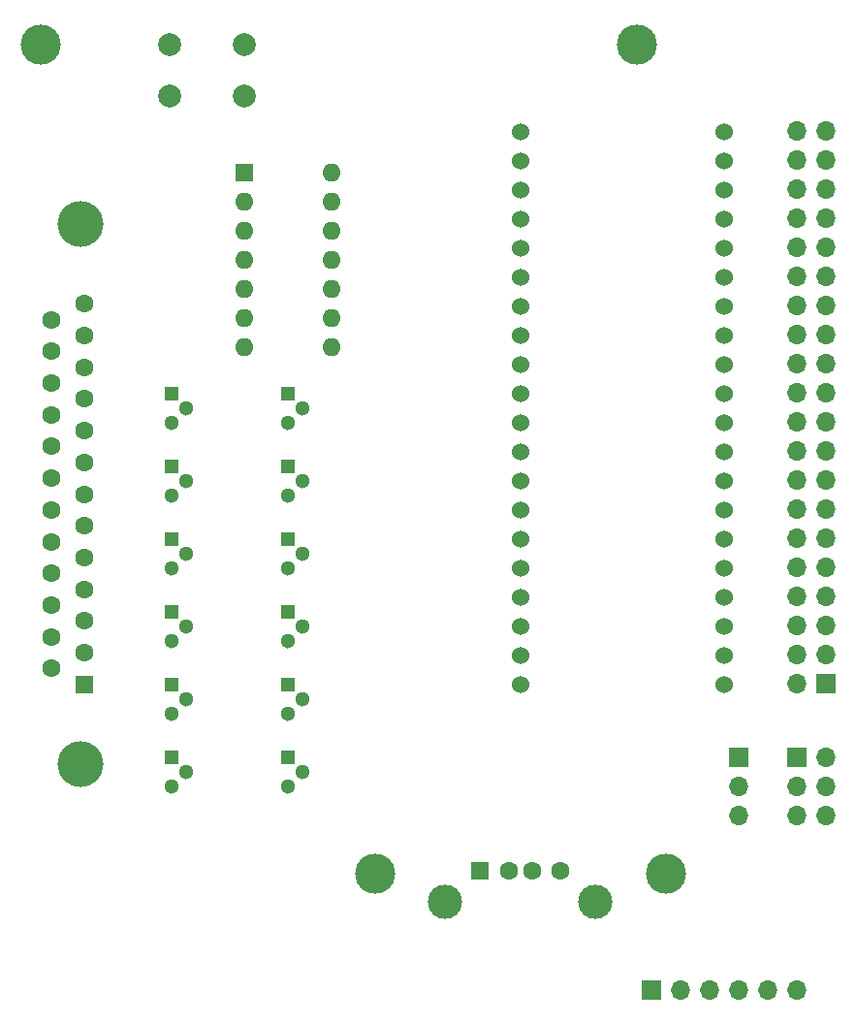
<source format=gbr>
%TF.GenerationSoftware,KiCad,Pcbnew,(6.0.7)*%
%TF.CreationDate,2022-10-09T19:07:04-07:00*%
%TF.ProjectId,PicoBOB,5069636f-424f-4422-9e6b-696361645f70,rev?*%
%TF.SameCoordinates,Original*%
%TF.FileFunction,Soldermask,Bot*%
%TF.FilePolarity,Negative*%
%FSLAX46Y46*%
G04 Gerber Fmt 4.6, Leading zero omitted, Abs format (unit mm)*
G04 Created by KiCad (PCBNEW (6.0.7)) date 2022-10-09 19:07:04*
%MOMM*%
%LPD*%
G01*
G04 APERTURE LIST*
%ADD10R,1.300000X1.300000*%
%ADD11C,1.300000*%
%ADD12C,4.000000*%
%ADD13R,1.600000X1.600000*%
%ADD14C,1.600000*%
%ADD15C,3.500000*%
%ADD16C,2.000000*%
%ADD17R,1.600000X1.500000*%
%ADD18C,3.000000*%
%ADD19R,1.700000X1.700000*%
%ADD20O,1.700000X1.700000*%
%ADD21O,1.600000X1.600000*%
%ADD22C,1.524000*%
G04 APERTURE END LIST*
D10*
%TO.C,Q_EN_13*%
X78740000Y-163830000D03*
D11*
X80010000Y-165100000D03*
X78740000Y-166370000D03*
%TD*%
D10*
%TO.C,Q_As_13*%
X68580000Y-132080000D03*
D11*
X69850000Y-133350000D03*
X68580000Y-134620000D03*
%TD*%
D12*
%TO.C,J1*%
X60660000Y-164410000D03*
X60660000Y-117310000D03*
D13*
X60960000Y-157480000D03*
D14*
X60960000Y-154710000D03*
X60960000Y-151940000D03*
X60960000Y-149170000D03*
X60960000Y-146400000D03*
X60960000Y-143630000D03*
X60960000Y-140860000D03*
X60960000Y-138090000D03*
X60960000Y-135320000D03*
X60960000Y-132550000D03*
X60960000Y-129780000D03*
X60960000Y-127010000D03*
X60960000Y-124240000D03*
X58120000Y-156095000D03*
X58120000Y-153325000D03*
X58120000Y-150555000D03*
X58120000Y-147785000D03*
X58120000Y-145015000D03*
X58120000Y-142245000D03*
X58120000Y-139475000D03*
X58120000Y-136705000D03*
X58120000Y-133935000D03*
X58120000Y-131165000D03*
X58120000Y-128395000D03*
X58120000Y-125625000D03*
%TD*%
D10*
%TO.C,Q_Xd_13*%
X78740000Y-157480000D03*
D11*
X80010000Y-158750000D03*
X78740000Y-160020000D03*
%TD*%
D15*
%TO.C,REF\u002A\u002A*%
X57150000Y-101600000D03*
%TD*%
D16*
%TO.C,SW1*%
X68430000Y-101600000D03*
X74930000Y-101600000D03*
X68430000Y-106100000D03*
X74930000Y-106100000D03*
%TD*%
D17*
%TO.C,J40*%
X95560000Y-173710000D03*
D14*
X98060000Y-173710000D03*
X100060000Y-173710000D03*
X102560000Y-173710000D03*
D18*
X92490000Y-176420000D03*
X105630000Y-176420000D03*
%TD*%
D19*
%TO.C,J32*%
X118110000Y-163830000D03*
D20*
X118110000Y-166370000D03*
X118110000Y-168910000D03*
%TD*%
D19*
%TO.C,J30*%
X123190000Y-163830000D03*
D20*
X125730000Y-163830000D03*
X123190000Y-166370000D03*
X125730000Y-166370000D03*
X123190000Y-168910000D03*
X125730000Y-168910000D03*
%TD*%
D19*
%TO.C,J2*%
X110490000Y-184150000D03*
D20*
X113030000Y-184150000D03*
X115570000Y-184150000D03*
X118110000Y-184150000D03*
X120650000Y-184150000D03*
X123190000Y-184150000D03*
%TD*%
D13*
%TO.C,U18*%
X74930000Y-112760000D03*
D21*
X74930000Y-115300000D03*
X74930000Y-117840000D03*
X74930000Y-120380000D03*
X74930000Y-122920000D03*
X74930000Y-125460000D03*
X74930000Y-128000000D03*
X82550000Y-128000000D03*
X82550000Y-125460000D03*
X82550000Y-122920000D03*
X82550000Y-120380000D03*
X82550000Y-117840000D03*
X82550000Y-115300000D03*
X82550000Y-112760000D03*
%TD*%
D10*
%TO.C,Q_PWM_13*%
X68580000Y-163830000D03*
D11*
X69850000Y-165100000D03*
X68580000Y-166370000D03*
%TD*%
D22*
%TO.C,U30*%
X116840000Y-157480000D03*
X116840000Y-154940000D03*
X116840000Y-152400000D03*
X116840000Y-149860000D03*
X116840000Y-147320000D03*
X116840000Y-144780000D03*
X116840000Y-142240000D03*
X116840000Y-139700000D03*
X116840000Y-137160000D03*
X116840000Y-134620000D03*
X116840000Y-132080000D03*
X116840000Y-129540000D03*
X116840000Y-127000000D03*
X116840000Y-124460000D03*
X116840000Y-121920000D03*
X116840000Y-119380000D03*
X116840000Y-116840000D03*
X116840000Y-114300000D03*
X116840000Y-111760000D03*
X116840000Y-109220000D03*
X99060000Y-109220000D03*
X99060000Y-111760000D03*
X99060000Y-114300000D03*
X99060000Y-116840000D03*
X99060000Y-119380000D03*
X99060000Y-121920000D03*
X99060000Y-124460000D03*
X99060000Y-127000000D03*
X99060000Y-129540000D03*
X99060000Y-132080000D03*
X99060000Y-134620000D03*
X99060000Y-137160000D03*
X99060000Y-139700000D03*
X99060000Y-142240000D03*
X99060000Y-144780000D03*
X99060000Y-147320000D03*
X99060000Y-149860000D03*
X99060000Y-152400000D03*
X99060000Y-154940000D03*
X99060000Y-157480000D03*
%TD*%
D10*
%TO.C,Q_Zd_13*%
X78740000Y-138430000D03*
D11*
X80010000Y-139700000D03*
X78740000Y-140970000D03*
%TD*%
D15*
%TO.C,REF\u002A\u002A*%
X86360000Y-173990000D03*
%TD*%
D10*
%TO.C,Q_Bs_13*%
X68580000Y-151130000D03*
D11*
X69850000Y-152400000D03*
X68580000Y-153670000D03*
%TD*%
D10*
%TO.C,Q_Yd_13*%
X78740000Y-144780000D03*
D11*
X80010000Y-146050000D03*
X78740000Y-147320000D03*
%TD*%
D10*
%TO.C,Q_Ad_13*%
X78740000Y-132080000D03*
D11*
X80010000Y-133350000D03*
X78740000Y-134620000D03*
%TD*%
D10*
%TO.C,Q_Zs_13*%
X68580000Y-138430000D03*
D11*
X69850000Y-139700000D03*
X68580000Y-140970000D03*
%TD*%
D15*
%TO.C,REF\u002A\u002A*%
X111760000Y-173990000D03*
%TD*%
D10*
%TO.C,Q_Bd_13*%
X78740000Y-151130000D03*
D11*
X80010000Y-152400000D03*
X78740000Y-153670000D03*
%TD*%
D15*
%TO.C,REF\u002A\u002A*%
X109220000Y-101600000D03*
%TD*%
D11*
%TO.C,Q_Ys_13*%
X68580000Y-147320000D03*
X69850000Y-146050000D03*
D10*
X68580000Y-144780000D03*
%TD*%
%TO.C,Q_Xs_13*%
X68580000Y-157480000D03*
D11*
X69850000Y-158750000D03*
X68580000Y-160020000D03*
%TD*%
D19*
%TO.C,J31*%
X125730000Y-157450000D03*
D20*
X123190000Y-157450000D03*
X125730000Y-154910000D03*
X123190000Y-154910000D03*
X125730000Y-152370000D03*
X123190000Y-152370000D03*
X125730000Y-149830000D03*
X123190000Y-149830000D03*
X125730000Y-147290000D03*
X123190000Y-147290000D03*
X125730000Y-144750000D03*
X123190000Y-144750000D03*
X125730000Y-142210000D03*
X123190000Y-142210000D03*
X125730000Y-139670000D03*
X123190000Y-139670000D03*
X125730000Y-137130000D03*
X123190000Y-137130000D03*
X125730000Y-134590000D03*
X123190000Y-134590000D03*
X125730000Y-132050000D03*
X123190000Y-132050000D03*
X125730000Y-129510000D03*
X123190000Y-129510000D03*
X125730000Y-126970000D03*
X123190000Y-126970000D03*
X125730000Y-124430000D03*
X123190000Y-124430000D03*
X125730000Y-121890000D03*
X123190000Y-121890000D03*
X125730000Y-119350000D03*
X123190000Y-119350000D03*
X125730000Y-116810000D03*
X123190000Y-116810000D03*
X125730000Y-114270000D03*
X123190000Y-114270000D03*
X125730000Y-111730000D03*
X123190000Y-111730000D03*
X125730000Y-109190000D03*
X123190000Y-109190000D03*
%TD*%
M02*

</source>
